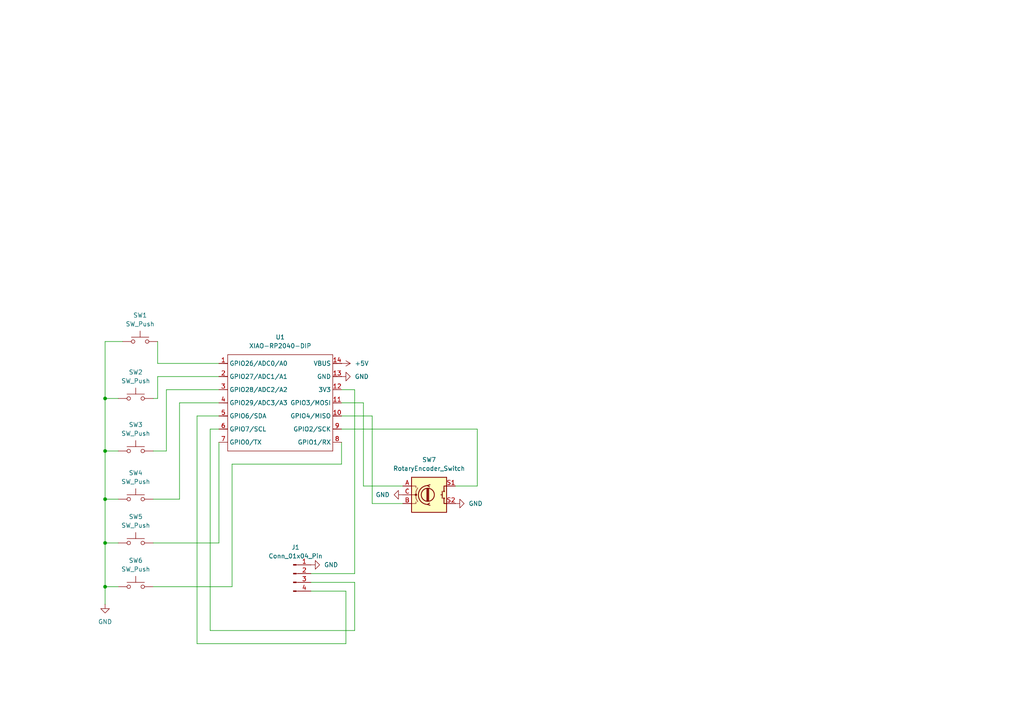
<source format=kicad_sch>
(kicad_sch (version 20250114) (generator "eeschema") (generator_version "9.0")
  (paper "A4")
  (lib_symbols
    (symbol "Connector:Conn_01x04_Pin" (pin_names (offset 1.016) (hide yes))
      (property "Reference" "J" (at 0 5.08 0))
      (property "Value" "Conn_01x04_Pin" (at 0 -7.62 0))
      (symbol "Conn_01x04_Pin_1_1"
        (rectangle (start 0.8636 2.667) (end 0 2.413) (stroke (width 0.1524)) (fill (type outline)))
        (rectangle (start 0.8636 0.127) (end 0 -0.127) (stroke (width 0.1524)) (fill (type outline)))
        (rectangle (start 0.8636 -2.413) (end 0 -2.667) (stroke (width 0.1524)) (fill (type outline)))
        (rectangle (start 0.8636 -4.953) (end 0 -5.207) (stroke (width 0.1524)) (fill (type outline)))
        (polyline (pts (xy 1.27 2.54) (xy 0.8636 2.54)) (stroke (width 0.1524)))
        (polyline (pts (xy 1.27 0) (xy 0.8636 0)) (stroke (width 0.1524)))
        (polyline (pts (xy 1.27 -2.54) (xy 0.8636 -2.54)) (stroke (width 0.1524)))
        (polyline (pts (xy 1.27 -5.08) (xy 0.8636 -5.08)) (stroke (width 0.1524)))
        (pin passive line (at 5.08 2.54 180) (length 3.81) (name "Pin_1") (number "1"))
        (pin passive line (at 5.08 0 180) (length 3.81) (name "Pin_2") (number "2"))
        (pin passive line (at 5.08 -2.54 180) (length 3.81) (name "Pin_3") (number "3"))
        (pin passive line (at 5.08 -5.08 180) (length 3.81) (name "Pin_4") (number "4"))
      )
    )
    (symbol "Device:RotaryEncoder_Switch" (pin_names (offset 0.254) (hide yes))
      (property "Reference" "SW" (at 0 6.604 0))
      (property "Value" "RotaryEncoder_Switch" (at 0 -6.604 0))
      (symbol "RotaryEncoder_Switch_0_1"
        (rectangle (start -5.08 5.08) (end 5.08 -5.08) (stroke (width 0.254)) (fill (type background)))
        (polyline (pts (xy -5.08 2.54) (xy -3.81 2.54) (xy -3.81 2.032)))
        (polyline (pts (xy -5.08 0) (xy -3.81 0) (xy -3.81 -1.016) (xy -3.302 -2.032)))
        (polyline (pts (xy -5.08 -2.54) (xy -3.81 -2.54) (xy -3.81 -2.032)))
        (polyline (pts (xy -4.318 0) (xy -3.81 0) (xy -3.81 1.016) (xy -3.302 2.032)))
        (circle (center -3.81 0) (radius 0.254) (fill (type outline)))
        (polyline (pts (xy -0.635 -1.778) (xy -0.635 1.778)) (stroke (width 0.254)))
        (circle (center -0.381 0) (radius 1.905) (stroke (width 0.254)))
        (polyline (pts (xy -0.381 -1.778) (xy -0.381 1.778)) (stroke (width 0.254)))
        (arc (start -0.381 -2.794) (mid -3.0988 -0.0635) (end -0.381 2.667) (stroke (width 0.254)))
        (polyline (pts (xy -0.127 1.778) (xy -0.127 -1.778)) (stroke (width 0.254)))
        (polyline (pts (xy 0.254 2.921) (xy -0.508 2.667) (xy 0.127 2.286)) (stroke (width 0.254)))
        (polyline (pts (xy 0.254 -3.048) (xy -0.508 -2.794) (xy 0.127 -2.413)) (stroke (width 0.254)))
        (polyline (pts (xy 3.81 1.016) (xy 3.81 -1.016)) (stroke (width 0.254)))
        (polyline (pts (xy 3.81 0) (xy 3.429 0)) (stroke (width 0.254)))
        (circle (center 4.318 1.016) (radius 0.127) (stroke (width 0.254)))
        (circle (center 4.318 -1.016) (radius 0.127) (stroke (width 0.254)))
        (polyline (pts (xy 5.08 2.54) (xy 4.318 2.54) (xy 4.318 1.016)) (stroke (width 0.254)))
        (polyline (pts (xy 5.08 -2.54) (xy 4.318 -2.54) (xy 4.318 -1.016)) (stroke (width 0.254)))
      )
      (symbol "RotaryEncoder_Switch_1_1"
        (pin passive line (at -7.62 2.54 0) (length 2.54) (name "A") (number "A"))
        (pin passive line (at -7.62 0 0) (length 2.54) (name "C") (number "C"))
        (pin passive line (at -7.62 -2.54 0) (length 2.54) (name "B") (number "B"))
        (pin passive line (at 7.62 2.54 180) (length 2.54) (name "S1") (number "S1"))
        (pin passive line (at 7.62 -2.54 180) (length 2.54) (name "S2") (number "S2"))
      )
    )
    (symbol "Seeed_Studio_XIAO_Series:XIAO-RP2040-DIP"
      (property "Reference" "U" (at 0 0 0))
      (property "Value" "XIAO-RP2040-DIP" (at 5.334 -1.778 0))
      (symbol "XIAO-RP2040-DIP_1_0"
        (polyline (pts (xy -1.27 -2.54) (xy 29.21 -2.54)) (stroke (width 0.1524)))
        (polyline (pts (xy -1.27 -5.08) (xy -2.54 -5.08)) (stroke (width 0.1524)))
        (polyline (pts (xy -1.27 -5.08) (xy -1.27 -2.54)) (stroke (width 0.1524)))
        (polyline (pts (xy -1.27 -8.89) (xy -2.54 -8.89)) (stroke (width 0.1524)))
        (polyline (pts (xy -1.27 -8.89) (xy -1.27 -5.08)) (stroke (width 0.1524)))
        (polyline (pts (xy -1.27 -12.7) (xy -2.54 -12.7)) (stroke (width 0.1524)))
        (polyline (pts (xy -1.27 -12.7) (xy -1.27 -8.89)) (stroke (width 0.1524)))
        (polyline (pts (xy -1.27 -16.51) (xy -2.54 -16.51)) (stroke (width 0.1524)))
        (polyline (pts (xy -1.27 -16.51) (xy -1.27 -12.7)) (stroke (width 0.1524)))
        (polyline (pts (xy -1.27 -20.32) (xy -2.54 -20.32)) (stroke (width 0.1524)))
        (polyline (pts (xy -1.27 -24.13) (xy -2.54 -24.13)) (stroke (width 0.1524)))
        (polyline (pts (xy -1.27 -27.94) (xy -2.54 -27.94)) (stroke (width 0.1524)))
        (polyline (pts (xy -1.27 -30.48) (xy -1.27 -16.51)) (stroke (width 0.1524)))
        (polyline (pts (xy 29.21 -2.54) (xy 29.21 -5.08)) (stroke (width 0.1524)))
        (polyline (pts (xy 29.21 -5.08) (xy 29.21 -8.89)) (stroke (width 0.1524)))
        (polyline (pts (xy 29.21 -8.89) (xy 29.21 -12.7)) (stroke (width 0.1524)))
        (polyline (pts (xy 29.21 -12.7) (xy 29.21 -30.48)) (stroke (width 0.1524)))
        (polyline (pts (xy 29.21 -30.48) (xy -1.27 -30.48)) (stroke (width 0.1524)))
        (polyline (pts (xy 30.48 -5.08) (xy 29.21 -5.08)) (stroke (width 0.1524)))
        (polyline (pts (xy 30.48 -8.89) (xy 29.21 -8.89)) (stroke (width 0.1524)))
        (polyline (pts (xy 30.48 -12.7) (xy 29.21 -12.7)) (stroke (width 0.1524)))
        (polyline (pts (xy 30.48 -16.51) (xy 29.21 -16.51)) (stroke (width 0.1524)))
        (polyline (pts (xy 30.48 -20.32) (xy 29.21 -20.32)) (stroke (width 0.1524)))
        (polyline (pts (xy 30.48 -24.13) (xy 29.21 -24.13)) (stroke (width 0.1524)))
        (polyline (pts (xy 30.48 -27.94) (xy 29.21 -27.94)) (stroke (width 0.1524)))
        (pin passive line (at -3.81 -5.08 0) (length 2.54) (name "GPIO26/ADC0/A0") (number "1"))
        (pin passive line (at -3.81 -8.89 0) (length 2.54) (name "GPIO27/ADC1/A1") (number "2"))
        (pin passive line (at -3.81 -12.7 0) (length 2.54) (name "GPIO28/ADC2/A2") (number "3"))
        (pin passive line (at -3.81 -16.51 0) (length 2.54) (name "GPIO29/ADC3/A3") (number "4"))
        (pin passive line (at -3.81 -20.32 0) (length 2.54) (name "GPIO6/SDA") (number "5"))
        (pin passive line (at -3.81 -24.13 0) (length 2.54) (name "GPIO7/SCL") (number "6"))
        (pin passive line (at -3.81 -27.94 0) (length 2.54) (name "GPIO0/TX") (number "7"))
        (pin passive line (at 31.75 -5.08 180) (length 2.54) (name "VBUS") (number "14"))
        (pin passive line (at 31.75 -8.89 180) (length 2.54) (name "GND") (number "13"))
        (pin passive line (at 31.75 -12.7 180) (length 2.54) (name "3V3") (number "12"))
        (pin passive line (at 31.75 -16.51 180) (length 2.54) (name "GPIO3/MOSI") (number "11"))
        (pin passive line (at 31.75 -20.32 180) (length 2.54) (name "GPIO4/MISO") (number "10"))
        (pin passive line (at 31.75 -24.13 180) (length 2.54) (name "GPIO2/SCK") (number "9"))
        (pin passive line (at 31.75 -27.94 180) (length 2.54) (name "GPIO1/RX") (number "8"))
      )
    )
    (symbol "Switch:SW_Push" (pin_numbers (hide yes)) (pin_names (offset 1.016) (hide yes))
      (property "Reference" "SW" (at 1.27 2.54 0))
      (property "Value" "SW_Push" (at 0 -1.524 0))
      (symbol "SW_Push_0_1"
        (circle (center -2.032 0) (radius 0.508))
        (polyline (pts (xy 0 1.27) (xy 0 3.048)))
        (circle (center 2.032 0) (radius 0.508))
        (polyline (pts (xy 2.54 1.27) (xy -2.54 1.27)))
        (pin passive line (at -5.08 0 0) (length 2.54) (name "1") (number "1"))
        (pin passive line (at 5.08 0 180) (length 2.54) (name "2") (number "2"))
      )
    )
    (symbol "power:+5V" (power) (pin_numbers (hide yes)) (pin_names (offset 0) (hide yes))
      (property "Value" "+5V" (at 0 3.556 0))
      (symbol "+5V_0_1"
        (polyline (pts (xy -0.762 1.27) (xy 0 2.54)))
        (polyline (pts (xy 0 2.54) (xy 0.762 1.27)))
        (polyline (pts (xy 0 0) (xy 0 2.54)))
      )
      (symbol "+5V_1_1"
        (pin power_in line (at 0 0 90) (length 0) (name "~") (number "1"))
      )
    )
    (symbol "power:GND" (power) (pin_numbers (hide yes)) (pin_names (offset 0) (hide yes))
      (property "Value" "GND" (at 0 -3.81 0))
      (symbol "GND_0_1"
        (polyline (pts (xy 0 0) (xy 0 -1.27) (xy 1.27 -1.27) (xy 0 -2.54) (xy -1.27 -1.27) (xy 0 -1.27)))
      )
      (symbol "GND_1_1"
        (pin power_in line (at 0 0 270) (length 0) (name "~") (number "1"))
      )
    )
  )
  (junction (at 30.48 115.57))
  (junction (at 30.48 170.18))
  (junction (at 30.48 144.78))
  (junction (at 30.48 130.81))
  (junction (at 30.48 157.48))
  (wire (pts (xy 102.87 168.91) (xy 102.87 182.88)))
  (wire (pts (xy 138.43 124.46) (xy 99.06 124.46)))
  (wire (pts (xy 52.07 144.78) (xy 52.07 116.84)))
  (wire (pts (xy 90.17 171.45) (xy 100.33 171.45)))
  (wire (pts (xy 48.26 130.81) (xy 48.26 113.03)))
  (wire (pts (xy 30.48 99.06) (xy 30.48 115.57)))
  (wire (pts (xy 30.48 144.78) (xy 30.48 157.48)))
  (wire (pts (xy 90.17 166.37) (xy 102.87 166.37)))
  (wire (pts (xy 44.45 130.81) (xy 48.26 130.81)))
  (wire (pts (xy 138.43 140.97) (xy 138.43 124.46)))
  (wire (pts (xy 57.15 120.65) (xy 63.5 120.65)))
  (wire (pts (xy 60.96 182.88) (xy 60.96 124.46)))
  (wire (pts (xy 90.17 168.91) (xy 102.87 168.91)))
  (wire (pts (xy 102.87 166.37) (xy 102.87 113.03)))
  (wire (pts (xy 30.48 115.57) (xy 30.48 130.81)))
  (wire (pts (xy 102.87 113.03) (xy 99.06 113.03)))
  (wire (pts (xy 116.84 140.97) (xy 105.41 140.97)))
  (wire (pts (xy 35.56 99.06) (xy 30.48 99.06)))
  (wire (pts (xy 30.48 157.48) (xy 30.48 170.18)))
  (wire (pts (xy 44.45 144.78) (xy 52.07 144.78)))
  (wire (pts (xy 45.72 105.41) (xy 63.5 105.41)))
  (wire (pts (xy 52.07 116.84) (xy 63.5 116.84)))
  (wire (pts (xy 45.72 109.22) (xy 63.5 109.22)))
  (wire (pts (xy 100.33 186.69) (xy 57.15 186.69)))
  (wire (pts (xy 132.08 140.97) (xy 138.43 140.97)))
  (wire (pts (xy 30.48 170.18) (xy 34.29 170.18)))
  (wire (pts (xy 30.48 130.81) (xy 30.48 144.78)))
  (wire (pts (xy 102.87 182.88) (xy 60.96 182.88)))
  (wire (pts (xy 57.15 186.69) (xy 57.15 120.65)))
  (wire (pts (xy 44.45 170.18) (xy 67.31 170.18)))
  (wire (pts (xy 67.31 134.62) (xy 99.06 134.62)))
  (wire (pts (xy 44.45 157.48) (xy 63.5 157.48)))
  (wire (pts (xy 107.95 120.65) (xy 99.06 120.65)))
  (wire (pts (xy 60.96 124.46) (xy 63.5 124.46)))
  (wire (pts (xy 105.41 116.84) (xy 99.06 116.84)))
  (wire (pts (xy 30.48 144.78) (xy 34.29 144.78)))
  (wire (pts (xy 45.72 99.06) (xy 45.72 105.41)))
  (wire (pts (xy 30.48 130.81) (xy 34.29 130.81)))
  (wire (pts (xy 105.41 140.97) (xy 105.41 116.84)))
  (wire (pts (xy 100.33 171.45) (xy 100.33 186.69)))
  (wire (pts (xy 63.5 157.48) (xy 63.5 128.27)))
  (wire (pts (xy 99.06 134.62) (xy 99.06 128.27)))
  (wire (pts (xy 116.84 146.05) (xy 107.95 146.05)))
  (wire (pts (xy 44.45 115.57) (xy 45.72 115.57)))
  (wire (pts (xy 67.31 170.18) (xy 67.31 134.62)))
  (wire (pts (xy 45.72 115.57) (xy 45.72 109.22)))
  (wire (pts (xy 107.95 146.05) (xy 107.95 120.65)))
  (wire (pts (xy 30.48 157.48) (xy 34.29 157.48)))
  (wire (pts (xy 48.26 113.03) (xy 63.5 113.03)))
  (wire (pts (xy 30.48 115.57) (xy 34.29 115.57)))
  (wire (pts (xy 30.48 170.18) (xy 30.48 175.26)))
  (symbol (lib_id "power:GND") (at 132.08 146.05 90) (unit 1)
    (property "Reference" "#PWR06" (effects (hide yes)))
    (property "Value" "GND" (at 135.89 146.0499 90) (effects (justify right)))
    (property "Description" "Power symbol creates a global label with name \"GND\" , ground" (effects (hide yes)))
  )
  (symbol (lib_id "power:GND") (at 90.17 163.83 90) (unit 1)
    (property "Reference" "#PWR01" (effects (hide yes)))
    (property "Value" "GND" (at 93.98 163.8299 90) (effects (justify right)))
    (property "Description" "Power symbol creates a global label with name \"GND\" , ground" (effects (hide yes)))
  )
  (symbol (lib_id "Switch:SW_Push") (at 39.37 130.81 0) (unit 1)
    (property "Reference" "SW3" (at 39.37 123.19 0))
    (property "Value" "SW_Push" (at 39.37 125.73 0))
    (property "Footprint" "Button_Switch_Keyboard:SW_Cherry_MX_1.00u_PCB" (effects (hide yes)))
    (property "Description" "Push button switch, generic, two pins" (effects (hide yes)))
  )
  (symbol (lib_id "Connector:Conn_01x04_Pin") (at 85.09 166.37 0) (unit 1)
    (property "Reference" "J1" (at 85.725 158.75 0))
    (property "Value" "Conn_01x04_Pin" (at 85.725 161.29 0))
    (property "Footprint" "OLEDS:SSD1306-0.91-OLED-4pin-128x32" (effects (hide yes)))
    (property "Description" "Generic connector, single row, 01x04, script generated" (effects (hide yes)))
  )
  (symbol (lib_id "power:GND") (at 99.06 109.22 90) (unit 1)
    (property "Reference" "#PWR05" (effects (hide yes)))
    (property "Value" "GND" (at 102.87 109.2199 90) (effects (justify right)))
    (property "Description" "Power symbol creates a global label with name \"GND\" , ground" (effects (hide yes)))
  )
  (symbol (lib_id "Switch:SW_Push") (at 39.37 144.78 0) (unit 1)
    (property "Reference" "SW4" (at 39.37 137.16 0))
    (property "Value" "SW_Push" (at 39.37 139.7 0))
    (property "Footprint" "Button_Switch_Keyboard:SW_Cherry_MX_1.00u_PCB" (effects (hide yes)))
    (property "Description" "Push button switch, generic, two pins" (effects (hide yes)))
  )
  (symbol (lib_id "power:GND") (at 30.48 175.26 0) (unit 1)
    (property "Reference" "#PWR03" (effects (hide yes)))
    (property "Value" "GND" (at 30.48 180.34 0))
    (property "Description" "Power symbol creates a global label with name \"GND\" , ground" (effects (hide yes)))
  )
  (symbol (lib_id "Switch:SW_Push") (at 39.37 157.48 0) (unit 1)
    (property "Reference" "SW5" (at 39.37 149.86 0))
    (property "Value" "SW_Push" (at 39.37 152.4 0))
    (property "Footprint" "Button_Switch_Keyboard:SW_Cherry_MX_1.00u_PCB" (effects (hide yes)))
    (property "Description" "Push button switch, generic, two pins" (effects (hide yes)))
  )
  (symbol (lib_id "power:GND") (at 116.84 143.51 270) (unit 1)
    (property "Reference" "#PWR02" (effects (hide yes)))
    (property "Value" "GND" (at 113.03 143.5099 90) (effects (justify right)))
    (property "Description" "Power symbol creates a global label with name \"GND\" , ground" (effects (hide yes)))
  )
  (symbol (lib_id "Switch:SW_Push") (at 40.64 99.06 0) (unit 1)
    (property "Reference" "SW1" (at 40.64 91.44 0))
    (property "Value" "SW_Push" (at 40.64 93.98 0))
    (property "Footprint" "Button_Switch_Keyboard:SW_Cherry_MX_1.00u_PCB" (effects (hide yes)))
    (property "Description" "Push button switch, generic, two pins" (effects (hide yes)))
  )
  (symbol (lib_id "Device:RotaryEncoder_Switch") (at 124.46 143.51 0) (unit 1)
    (property "Reference" "SW7" (at 124.46 133.35 0))
    (property "Value" "RotaryEncoder_Switch" (at 124.46 135.89 0))
    (property "Footprint" "Rotary_Encoder:RotaryEncoder_Alps_EC11E-Switch_Vertical_H20mm" (effects (hide yes)))
    (property "Description" "Rotary encoder, dual channel, incremental quadrate outputs, with switch" (effects (hide yes)))
  )
  (symbol (lib_id "Switch:SW_Push") (at 39.37 170.18 0) (unit 1)
    (property "Reference" "SW6" (at 39.37 162.56 0))
    (property "Value" "SW_Push" (at 39.37 165.1 0))
    (property "Footprint" "Button_Switch_Keyboard:SW_Cherry_MX_1.00u_PCB" (effects (hide yes)))
    (property "Description" "Push button switch, generic, two pins" (effects (hide yes)))
  )
  (symbol (lib_id "power:+5V") (at 99.06 105.41 270) (unit 1)
    (property "Reference" "#PWR04" (effects (hide yes)))
    (property "Value" "+5V" (at 102.87 105.4099 90) (effects (justify left)))
    (property "Description" "Power symbol creates a global label with name \"+5V\"" (effects (hide yes)))
  )
  (symbol (lib_id "Switch:SW_Push") (at 39.37 115.57 0) (unit 1)
    (property "Reference" "SW2" (at 39.37 107.95 0))
    (property "Value" "SW_Push" (at 39.37 110.49 0))
    (property "Footprint" "Button_Switch_Keyboard:SW_Cherry_MX_1.00u_PCB" (effects (hide yes)))
    (property "Description" "Push button switch, generic, two pins" (effects (hide yes)))
  )
  (symbol (lib_id "Seeed_Studio_XIAO_Series:XIAO-RP2040-DIP") (at 67.31 100.33 0) (unit 1)
    (property "Reference" "U1" (at 81.28 97.79 0))
    (property "Value" "XIAO-RP2040-DIP" (at 81.28 100.33 0))
    (property "Footprint" "Seeed Studio XIAO Series Library:XIAO-RP2040-DIP" (effects (hide yes)))
  )
)
</source>
